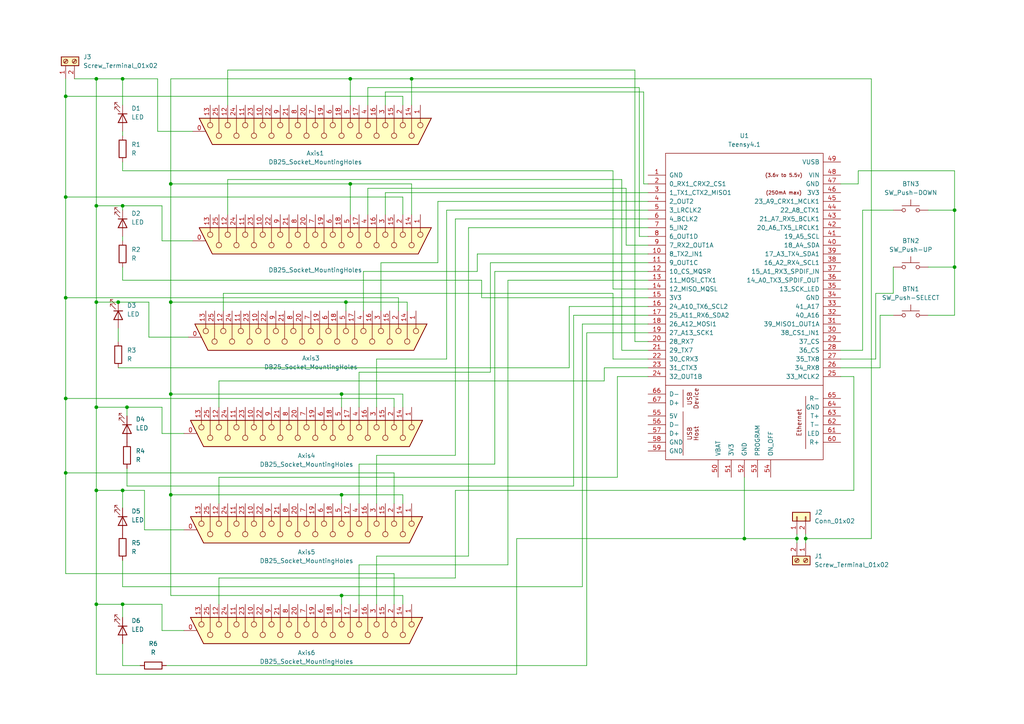
<source format=kicad_sch>
(kicad_sch (version 20250114) (generator "eeschema") (generator_version "9.0")
  (paper "A4")
  (lib_symbols
    (symbol "Connector:DB25_Socket_MountingHoles" (pin_names (offset 1.016) (hide yes))
      (property "Reference" "J" (at 0 36.83 0))
      (property "Value" "DB25_Socket_MountingHoles" (at 0 34.925 0))
      (symbol "DB25_Socket_MountingHoles_0_1"
        (polyline (pts (xy -3.81 33.655) (xy 3.81 29.845) (xy 3.81 -29.845) (xy -3.81 -33.655) (xy -3.81 33.655)) (stroke (width 0.254)) (fill (type background)))
        (polyline (pts (xy -3.81 30.48) (xy -2.54 30.48)))
        (polyline (pts (xy -3.81 27.94) (xy 0.508 27.94)))
        (polyline (pts (xy -3.81 25.4) (xy -2.54 25.4)))
        (polyline (pts (xy -3.81 22.86) (xy 0.508 22.86)))
        (polyline (pts (xy -3.81 20.32) (xy -2.54 20.32)))
        (polyline (pts (xy -3.81 17.78) (xy 0.508 17.78)))
        (polyline (pts (xy -3.81 15.24) (xy -2.54 15.24)))
        (polyline (pts (xy -3.81 12.7) (xy 0.508 12.7)))
        (polyline (pts (xy -3.81 10.16) (xy -2.54 10.16)))
        (polyline (pts (xy -3.81 7.62) (xy 0.508 7.62)))
        (polyline (pts (xy -3.81 5.08) (xy -2.54 5.08)))
        (polyline (pts (xy -3.81 2.54) (xy 0.508 2.54)))
        (polyline (pts (xy -3.81 0) (xy -2.54 0)))
        (polyline (pts (xy -3.81 -2.54) (xy 0.508 -2.54)))
        (polyline (pts (xy -3.81 -5.08) (xy -2.54 -5.08)))
        (polyline (pts (xy -3.81 -7.62) (xy 0.508 -7.62)))
        (polyline (pts (xy -3.81 -10.16) (xy -2.54 -10.16)))
        (polyline (pts (xy -3.81 -12.7) (xy 0.508 -12.7)))
        (polyline (pts (xy -3.81 -15.24) (xy -2.54 -15.24)))
        (polyline (pts (xy -3.81 -17.78) (xy 0.508 -17.78)))
        (polyline (pts (xy -3.81 -20.32) (xy -2.54 -20.32)))
        (polyline (pts (xy -3.81 -22.86) (xy 0.508 -22.86)))
        (polyline (pts (xy -3.81 -25.4) (xy -2.54 -25.4)))
        (polyline (pts (xy -3.81 -27.94) (xy 0.508 -27.94)))
        (polyline (pts (xy -3.81 -30.48) (xy -2.54 -30.48)))
        (circle (center -1.778 30.48) (radius 0.762))
        (circle (center -1.778 25.4) (radius 0.762))
        (circle (center -1.778 20.32) (radius 0.762))
        (circle (center -1.778 15.24) (radius 0.762))
        (circle (center -1.778 10.16) (radius 0.762))
        (circle (center -1.778 5.08) (radius 0.762))
        (circle (center -1.778 0) (radius 0.762))
        (circle (center -1.778 -5.08) (radius 0.762))
        (circle (center -1.778 -10.16) (radius 0.762))
        (circle (center -1.778 -15.24) (radius 0.762))
        (circle (center -1.778 -20.32) (radius 0.762))
        (circle (center -1.778 -25.4) (radius 0.762))
        (circle (center -1.778 -30.48) (radius 0.762))
        (circle (center 1.27 27.94) (radius 0.762))
        (circle (center 1.27 22.86) (radius 0.762))
        (circle (center 1.27 17.78) (radius 0.762))
        (circle (center 1.27 12.7) (radius 0.762))
        (circle (center 1.27 7.62) (radius 0.762))
        (circle (center 1.27 2.54) (radius 0.762))
        (circle (center 1.27 -2.54) (radius 0.762))
        (circle (center 1.27 -7.62) (radius 0.762))
        (circle (center 1.27 -12.7) (radius 0.762))
        (circle (center 1.27 -17.78) (radius 0.762))
        (circle (center 1.27 -22.86) (radius 0.762))
        (circle (center 1.27 -27.94) (radius 0.762))
      )
      (symbol "DB25_Socket_MountingHoles_1_1"
        (pin passive line (at -7.62 30.48 0) (length 3.81) (name "1") (number "1"))
        (pin passive line (at -7.62 27.94 0) (length 3.81) (name "P14") (number "14"))
        (pin passive line (at -7.62 25.4 0) (length 3.81) (name "2") (number "2"))
        (pin passive line (at -7.62 22.86 0) (length 3.81) (name "P15") (number "15"))
        (pin passive line (at -7.62 20.32 0) (length 3.81) (name "3") (number "3"))
        (pin passive line (at -7.62 17.78 0) (length 3.81) (name "P16") (number "16"))
        (pin passive line (at -7.62 15.24 0) (length 3.81) (name "4") (number "4"))
        (pin passive line (at -7.62 12.7 0) (length 3.81) (name "P17") (number "17"))
        (pin passive line (at -7.62 10.16 0) (length 3.81) (name "5") (number "5"))
        (pin passive line (at -7.62 7.62 0) (length 3.81) (name "P18") (number "18"))
        (pin passive line (at -7.62 5.08 0) (length 3.81) (name "6") (number "6"))
        (pin passive line (at -7.62 2.54 0) (length 3.81) (name "P19") (number "19"))
        (pin passive line (at -7.62 0 0) (length 3.81) (name "7") (number "7"))
        (pin passive line (at -7.62 -2.54 0) (length 3.81) (name "P20") (number "20"))
        (pin passive line (at -7.62 -5.08 0) (length 3.81) (name "8") (number "8"))
        (pin passive line (at -7.62 -7.62 0) (length 3.81) (name "P21") (number "21"))
        (pin passive line (at -7.62 -10.16 0) (length 3.81) (name "9") (number "9"))
        (pin passive line (at -7.62 -12.7 0) (length 3.81) (name "P22") (number "22"))
        (pin passive line (at -7.62 -15.24 0) (length 3.81) (name "10") (number "10"))
        (pin passive line (at -7.62 -17.78 0) (length 3.81) (name "P23") (number "23"))
        (pin passive line (at -7.62 -20.32 0) (length 3.81) (name "11") (number "11"))
        (pin passive line (at -7.62 -22.86 0) (length 3.81) (name "P24") (number "24"))
        (pin passive line (at -7.62 -25.4 0) (length 3.81) (name "12") (number "12"))
        (pin passive line (at -7.62 -27.94 0) (length 3.81) (name "P25") (number "25"))
        (pin passive line (at -7.62 -30.48 0) (length 3.81) (name "13") (number "13"))
        (pin passive line (at 0 -35.56 90) (length 3.81) (name "PAD") (number "0"))
      )
    )
    (symbol "Connector:Screw_Terminal_01x02" (pin_names (offset 1.016) (hide yes))
      (property "Reference" "J" (at 0 2.54 0))
      (property "Value" "Screw_Terminal_01x02" (at 0 -5.08 0))
      (symbol "Screw_Terminal_01x02_1_1"
        (rectangle (start -1.27 1.27) (end 1.27 -3.81) (stroke (width 0.254)) (fill (type background)))
        (polyline (pts (xy -0.5334 0.3302) (xy 0.3302 -0.508)) (stroke (width 0.1524)))
        (polyline (pts (xy -0.5334 -2.2098) (xy 0.3302 -3.048)) (stroke (width 0.1524)))
        (polyline (pts (xy -0.3556 0.508) (xy 0.508 -0.3302)) (stroke (width 0.1524)))
        (polyline (pts (xy -0.3556 -2.032) (xy 0.508 -2.8702)) (stroke (width 0.1524)))
        (circle (center 0 0) (radius 0.635) (stroke (width 0.1524)))
        (circle (center 0 -2.54) (radius 0.635) (stroke (width 0.1524)))
        (pin passive line (at -5.08 0 0) (length 3.81) (name "Pin_1") (number "1"))
        (pin passive line (at -5.08 -2.54 0) (length 3.81) (name "Pin_2") (number "2"))
      )
    )
    (symbol "Connector_Generic:Conn_01x02" (pin_names (offset 1.016) (hide yes))
      (property "Reference" "J" (at 0 2.54 0))
      (property "Value" "Conn_01x02" (at 0 -5.08 0))
      (symbol "Conn_01x02_1_1"
        (rectangle (start -1.27 1.27) (end 1.27 -3.81) (stroke (width 0.254)) (fill (type background)))
        (rectangle (start -1.27 0.127) (end 0 -0.127) (stroke (width 0.1524)))
        (rectangle (start -1.27 -2.413) (end 0 -2.667) (stroke (width 0.1524)))
        (pin passive line (at -5.08 0 0) (length 3.81) (name "Pin_1") (number "1"))
        (pin passive line (at -5.08 -2.54 0) (length 3.81) (name "Pin_2") (number "2"))
      )
    )
    (symbol "Device:LED" (pin_numbers (hide yes)) (pin_names (offset 1.016) (hide yes))
      (property "Reference" "D" (at 0 2.54 0))
      (property "Value" "LED" (at 0 -2.54 0))
      (symbol "LED_0_1"
        (polyline (pts (xy -3.048 -0.762) (xy -4.572 -2.286) (xy -3.81 -2.286) (xy -4.572 -2.286) (xy -4.572 -1.524)))
        (polyline (pts (xy -1.778 -0.762) (xy -3.302 -2.286) (xy -2.54 -2.286) (xy -3.302 -2.286) (xy -3.302 -1.524)))
        (polyline (pts (xy -1.27 0) (xy 1.27 0)))
        (polyline (pts (xy -1.27 -1.27) (xy -1.27 1.27)) (stroke (width 0.254)))
        (polyline (pts (xy 1.27 -1.27) (xy 1.27 1.27) (xy -1.27 0) (xy 1.27 -1.27)) (stroke (width 0.254)))
      )
      (symbol "LED_1_1"
        (pin passive line (at -3.81 0 0) (length 2.54) (name "K") (number "1"))
        (pin passive line (at 3.81 0 180) (length 2.54) (name "A") (number "2"))
      )
    )
    (symbol "Device:R" (pin_numbers (hide yes)) (pin_names (offset 0))
      (property "Reference" "R" (at 2.032 0 90))
      (property "Value" "R" (at 0 0 90))
      (symbol "R_0_1"
        (rectangle (start -1.016 -2.54) (end 1.016 2.54) (stroke (width 0.254)))
      )
      (symbol "R_1_1"
        (pin passive line (at 0 3.81 270) (length 1.27) (name "~") (number "1"))
        (pin passive line (at 0 -3.81 90) (length 1.27) (name "~") (number "2"))
      )
    )
    (symbol "Switch:SW_Push" (pin_numbers (hide yes)) (pin_names (offset 1.016) (hide yes))
      (property "Reference" "SW" (at 1.27 2.54 0))
      (property "Value" "SW_Push" (at 0 -1.524 0))
      (symbol "SW_Push_0_1"
        (circle (center -2.032 0) (radius 0.508))
        (polyline (pts (xy 0 1.27) (xy 0 3.048)))
        (circle (center 2.032 0) (radius 0.508))
        (polyline (pts (xy 2.54 1.27) (xy -2.54 1.27)))
        (pin passive line (at -5.08 0 0) (length 2.54) (name "1") (number "1"))
        (pin passive line (at 5.08 0 180) (length 2.54) (name "2") (number "2"))
      )
    )
    (symbol "teensy:Teensy4.1" (pin_names (offset 1.016))
      (property "Reference" "U" (at 0 64.77 0))
      (property "Value" "Teensy4.1" (at 0 62.23 0))
      (symbol "Teensy4.1_0_0"
        (polyline (pts (xy -22.86 -6.35) (xy 22.86 -6.35)))
        (polyline (pts (xy -17.78 -7.62) (xy -17.78 -12.7)))
        (polyline (pts (xy -17.78 -26.67) (xy -17.78 -13.97)))
        (polyline (pts (xy 17.78 -9.525) (xy 17.78 -24.765)))
        (text "USB" (at -15.875 -10.16 900) (effects (font (size 1.27 1.27))))
        (text "USB" (at -15.875 -20.32 900) (effects (font (size 1.27 1.27))))
        (text "Device" (at -13.97 -10.16 900) (effects (font (size 1.27 1.27))))
        (text "Host" (at -13.97 -20.32 900) (effects (font (size 1.27 1.27))))
        (text "(3.6v to 5.5v)" (at 11.43 54.61 0) (effects (font (size 1.016 1.016))))
        (text "(250mA max)" (at 11.43 49.53 0) (effects (font (size 1.016 1.016))))
        (text "Ethernet" (at 15.875 -17.145 900) (effects (font (size 1.27 1.27))))
        (pin bidirectional line (at -27.94 44.45 0) (length 5.08) (name "3_LRCLK2") (number "5"))
        (pin bidirectional line (at -27.94 41.91 0) (length 5.08) (name "4_BCLK2") (number "6"))
        (pin bidirectional line (at -27.94 39.37 0) (length 5.08) (name "5_IN2") (number "7"))
        (pin bidirectional line (at -27.94 36.83 0) (length 5.08) (name "6_OUT1D") (number "8"))
        (pin bidirectional line (at -27.94 34.29 0) (length 5.08) (name "7_RX2_OUT1A") (number "9"))
        (pin bidirectional line (at -27.94 31.75 0) (length 5.08) (name "8_TX2_IN1") (number "10"))
        (pin bidirectional line (at -27.94 29.21 0) (length 5.08) (name "9_OUT1C") (number "11"))
        (pin bidirectional line (at -27.94 26.67 0) (length 5.08) (name "10_CS_MQSR") (number "12"))
        (pin bidirectional line (at -27.94 24.13 0) (length 5.08) (name "11_MOSI_CTX1") (number "13"))
        (pin bidirectional line (at -27.94 21.59 0) (length 5.08) (name "12_MISO_MQSL") (number "14"))
        (pin power_in line (at -27.94 19.05 0) (length 5.08) (name "3V3") (number "15"))
        (pin bidirectional line (at -27.94 16.51 0) (length 5.08) (name "24_A10_TX6_SCL2") (number "16"))
        (pin bidirectional line (at -27.94 13.97 0) (length 5.08) (name "25_A11_RX6_SDA2") (number "17"))
        (pin bidirectional line (at -27.94 11.43 0) (length 5.08) (name "26_A12_MOSI1") (number "18"))
        (pin bidirectional line (at -27.94 8.89 0) (length 5.08) (name "27_A13_SCK1") (number "19"))
        (pin bidirectional line (at -27.94 6.35 0) (length 5.08) (name "28_RX7") (number "20"))
        (pin bidirectional line (at -27.94 3.81 0) (length 5.08) (name "29_TX7") (number "21"))
        (pin bidirectional line (at -27.94 1.27 0) (length 5.08) (name "30_CRX3") (number "22"))
        (pin bidirectional line (at -27.94 -1.27 0) (length 5.08) (name "31_CTX3") (number "23"))
        (pin bidirectional line (at -27.94 -3.81 0) (length 5.08) (name "32_OUT1B") (number "24"))
        (pin bidirectional line (at -27.94 -8.89 0) (length 5.08) (name "D-") (number "66"))
        (pin bidirectional line (at -27.94 -11.43 0) (length 5.08) (name "D+") (number "67"))
        (pin power_out line (at -27.94 -15.24 0) (length 5.08) (name "5V") (number "55"))
        (pin bidirectional line (at -27.94 -17.78 0) (length 5.08) (name "D-") (number "56"))
        (pin bidirectional line (at -27.94 -20.32 0) (length 5.08) (name "D+") (number "57"))
        (pin power_in line (at -27.94 -22.86 0) (length 5.08) (name "GND") (number "58"))
        (pin power_in line (at -27.94 -25.4 0) (length 5.08) (name "GND") (number "59"))
        (pin power_in line (at -7.62 -33.02 90) (length 5.08) (name "VBAT") (number "50"))
        (pin power_in line (at -3.81 -33.02 90) (length 5.08) (name "3V3") (number "51"))
        (pin input line (at 0 -33.02 90) (length 5.08) (name "GND") (number "52"))
        (pin input line (at 3.81 -33.02 90) (length 5.08) (name "PROGRAM") (number "53"))
        (pin input line (at 7.62 -33.02 90) (length 5.08) (name "ON_OFF") (number "54"))
        (pin power_out line (at 27.94 58.42 180) (length 5.08) (name "VUSB") (number "49"))
        (pin power_in line (at 27.94 54.61 180) (length 5.08) (name "VIN") (number "48"))
        (pin output line (at 27.94 52.07 180) (length 5.08) (name "GND") (number "47"))
        (pin output line (at 27.94 49.53 180) (length 5.08) (name "3V3") (number "46"))
        (pin bidirectional line (at 27.94 46.99 180) (length 5.08) (name "23_A9_CRX1_MCLK1") (number "45"))
        (pin bidirectional line (at 27.94 44.45 180) (length 5.08) (name "22_A8_CTX1") (number "44"))
        (pin bidirectional line (at 27.94 41.91 180) (length 5.08) (name "21_A7_RX5_BCLK1") (number "43"))
        (pin bidirectional line (at 27.94 39.37 180) (length 5.08) (name "20_A6_TX5_LRCLK1") (number "42"))
        (pin bidirectional line (at 27.94 36.83 180) (length 5.08) (name "19_A5_SCL") (number "41"))
        (pin bidirectional line (at 27.94 34.29 180) (length 5.08) (name "18_A4_SDA") (number "40"))
        (pin bidirectional line (at 27.94 31.75 180) (length 5.08) (name "17_A3_TX4_SDA1") (number "39"))
        (pin bidirectional line (at 27.94 29.21 180) (length 5.08) (name "16_A2_RX4_SCL1") (number "38"))
        (pin bidirectional line (at 27.94 26.67 180) (length 5.08) (name "15_A1_RX3_SPDIF_IN") (number "37"))
        (pin bidirectional line (at 27.94 24.13 180) (length 5.08) (name "14_A0_TX3_SPDIF_OUT") (number "36"))
        (pin bidirectional line (at 27.94 21.59 180) (length 5.08) (name "13_SCK_LED") (number "35"))
        (pin bidirectional line (at 27.94 16.51 180) (length 5.08) (name "41_A17") (number "33"))
        (pin bidirectional line (at 27.94 13.97 180) (length 5.08) (name "40_A16") (number "32"))
        (pin bidirectional line (at 27.94 11.43 180) (length 5.08) (name "39_MISO1_OUT1A") (number "31"))
        (pin bidirectional line (at 27.94 8.89 180) (length 5.08) (name "38_CS1_IN1") (number "30"))
        (pin bidirectional line (at 27.94 6.35 180) (length 5.08) (name "37_CS") (number "29"))
        (pin bidirectional line (at 27.94 3.81 180) (length 5.08) (name "36_CS") (number "28"))
        (pin bidirectional line (at 27.94 1.27 180) (length 5.08) (name "35_TX8") (number "27"))
        (pin bidirectional line (at 27.94 -1.27 180) (length 5.08) (name "34_RX8") (number "26"))
        (pin bidirectional line (at 27.94 -3.81 180) (length 5.08) (name "33_MCLK2") (number "25"))
        (pin bidirectional line (at 27.94 -10.16 180) (length 5.08) (name "R-") (number "65"))
        (pin power_in line (at 27.94 -12.7 180) (length 5.08) (name "GND") (number "64"))
        (pin bidirectional line (at 27.94 -15.24 180) (length 5.08) (name "T+") (number "63"))
        (pin bidirectional line (at 27.94 -17.78 180) (length 5.08) (name "T-") (number "62"))
        (pin bidirectional line (at 27.94 -20.32 180) (length 5.08) (name "LED") (number "61"))
        (pin bidirectional line (at 27.94 -22.86 180) (length 5.08) (name "R+") (number "60"))
      )
      (symbol "Teensy4.1_0_1"
        (rectangle (start -22.86 60.96) (end 22.86 -27.94))
        (rectangle (start -20.32 -1.27) (end -20.32 -1.27))
      )
      (symbol "Teensy4.1_1_1"
        (pin power_in line (at -27.94 54.61 0) (length 5.08) (name "GND") (number "1"))
        (pin bidirectional line (at -27.94 52.07 0) (length 5.08) (name "0_RX1_CRX2_CS1") (number "2"))
        (pin bidirectional line (at -27.94 49.53 0) (length 5.08) (name "1_TX1_CTX2_MISO1") (number "3"))
        (pin bidirectional line (at -27.94 46.99 0) (length 5.08) (name "2_OUT2") (number "4"))
        (pin power_in line (at 27.94 19.05 180) (length 5.08) (name "GND") (number "34"))
      )
    )
  )
  (junction (at 276.86 60.96))
  (junction (at 27.94 87.63))
  (junction (at 19.05 115.57))
  (junction (at 19.05 57.15))
  (junction (at 99.06 172.72))
  (junction (at 27.94 175.26))
  (junction (at 119.38 22.86))
  (junction (at 19.05 27.94))
  (junction (at 99.06 114.3))
  (junction (at 101.6 53.34))
  (junction (at 101.6 22.86))
  (junction (at 35.56 59.69))
  (junction (at 233.68 156.21))
  (junction (at 35.56 142.24))
  (junction (at 27.94 118.11))
  (junction (at 276.86 77.47))
  (junction (at 35.56 22.86))
  (junction (at 49.53 114.3))
  (junction (at 27.94 22.86))
  (junction (at 49.53 143.51))
  (junction (at 36.83 118.11))
  (junction (at 35.56 175.26))
  (junction (at 27.94 59.69))
  (junction (at 100.33 87.63))
  (junction (at 34.29 87.63))
  (junction (at 231.14 156.21))
  (junction (at 19.05 137.16))
  (junction (at 49.53 87.63))
  (junction (at 49.53 53.34))
  (junction (at 27.94 142.24))
  (junction (at 19.05 86.36))
  (junction (at 99.06 143.51))
  (junction (at 215.9 156.21))
  (wire (pts (xy 143.51 134.62) (xy 104.14 134.62)))
  (wire (pts (xy 165.1 106.68) (xy 34.29 106.68)))
  (wire (pts (xy 215.9 156.21) (xy 149.86 156.21)))
  (wire (pts (xy 269.24 60.96) (xy 276.86 60.96)))
  (wire (pts (xy 187.96 109.22) (xy 179.07 109.22)))
  (wire (pts (xy 66.04 20.32) (xy 66.04 30.48)))
  (wire (pts (xy 49.53 114.3) (xy 99.06 114.3)))
  (wire (pts (xy 55.88 69.85) (xy 46.99 69.85)))
  (wire (pts (xy 187.96 93.98) (xy 168.91 93.98)))
  (wire (pts (xy 114.3 175.26) (xy 114.3 166.37)))
  (wire (pts (xy 114.3 118.11) (xy 114.3 115.57)))
  (wire (pts (xy 114.3 137.16) (xy 19.05 137.16)))
  (wire (pts (xy 269.24 91.44) (xy 276.86 91.44)))
  (wire (pts (xy 99.06 172.72) (xy 116.84 172.72)))
  (wire (pts (xy 116.84 175.26) (xy 116.84 172.72)))
  (wire (pts (xy 243.84 101.6) (xy 250.19 101.6)))
  (wire (pts (xy 35.56 49.53) (xy 35.56 46.99)))
  (wire (pts (xy 254 85.09) (xy 259.08 85.09)))
  (wire (pts (xy 177.8 83.82) (xy 177.8 49.53)))
  (wire (pts (xy 46.99 118.11) (xy 36.83 118.11)))
  (wire (pts (xy 43.18 97.79) (xy 43.18 87.63)))
  (wire (pts (xy 49.53 172.72) (xy 99.06 172.72)))
  (wire (pts (xy 53.34 182.88) (xy 46.99 182.88)))
  (wire (pts (xy 49.53 143.51) (xy 99.06 143.51)))
  (wire (pts (xy 233.68 156.21) (xy 252.73 156.21)))
  (wire (pts (xy 187.96 86.36) (xy 139.7 86.36)))
  (wire (pts (xy 119.38 22.86) (xy 119.38 30.48)))
  (wire (pts (xy 135.89 66.04) (xy 135.89 161.29)))
  (wire (pts (xy 34.29 95.25) (xy 34.29 99.06)))
  (wire (pts (xy 175.26 106.68) (xy 175.26 110.49)))
  (wire (pts (xy 116.84 146.05) (xy 116.84 143.51)))
  (wire (pts (xy 49.53 87.63) (xy 49.53 114.3)))
  (wire (pts (xy 276.86 77.47) (xy 276.86 91.44)))
  (wire (pts (xy 114.3 115.57) (xy 19.05 115.57)))
  (wire (pts (xy 147.32 163.83) (xy 104.14 163.83)))
  (wire (pts (xy 116.84 57.15) (xy 19.05 57.15)))
  (wire (pts (xy 63.5 138.43) (xy 63.5 146.05)))
  (wire (pts (xy 27.94 22.86) (xy 21.59 22.86)))
  (wire (pts (xy 247.65 109.22) (xy 247.65 142.24)))
  (wire (pts (xy 118.11 87.63) (xy 100.33 87.63)))
  (wire (pts (xy 127 76.2) (xy 127 58.42)))
  (wire (pts (xy 129.54 60.96) (xy 187.96 60.96)))
  (wire (pts (xy 35.56 59.69) (xy 46.99 59.69)))
  (wire (pts (xy 101.6 30.48) (xy 101.6 22.86)))
  (wire (pts (xy 104.14 107.95) (xy 104.14 118.11)))
  (wire (pts (xy 100.33 87.63) (xy 49.53 87.63)))
  (wire (pts (xy 168.91 170.18) (xy 35.56 170.18)))
  (wire (pts (xy 116.84 118.11) (xy 116.84 114.3)))
  (wire (pts (xy 114.3 146.05) (xy 114.3 137.16)))
  (wire (pts (xy 110.49 76.2) (xy 127 76.2)))
  (wire (pts (xy 215.9 138.43) (xy 215.9 156.21)))
  (wire (pts (xy 135.89 161.29) (xy 109.22 161.29)))
  (wire (pts (xy 132.08 167.64) (xy 63.5 167.64)))
  (wire (pts (xy 45.72 38.1) (xy 45.72 22.86)))
  (wire (pts (xy 43.18 87.63) (xy 34.29 87.63)))
  (wire (pts (xy 99.06 172.72) (xy 99.06 175.26)))
  (wire (pts (xy 35.56 179.07) (xy 35.56 175.26)))
  (wire (pts (xy 259.08 91.44) (xy 255.27 91.44)))
  (wire (pts (xy 35.56 170.18) (xy 35.56 162.56)))
  (wire (pts (xy 101.6 22.86) (xy 49.53 22.86)))
  (wire (pts (xy 19.05 22.86) (xy 19.05 27.94)))
  (wire (pts (xy 36.83 140.97) (xy 36.83 135.89)))
  (wire (pts (xy 35.56 22.86) (xy 45.72 22.86)))
  (wire (pts (xy 231.14 154.94) (xy 231.14 156.21)))
  (wire (pts (xy 27.94 118.11) (xy 36.83 118.11)))
  (wire (pts (xy 99.06 114.3) (xy 116.84 114.3)))
  (wire (pts (xy 259.08 60.96) (xy 250.19 60.96)))
  (wire (pts (xy 243.84 109.22) (xy 247.65 109.22)))
  (wire (pts (xy 129.54 104.14) (xy 129.54 60.96)))
  (wire (pts (xy 99.06 143.51) (xy 99.06 146.05)))
  (wire (pts (xy 27.94 142.24) (xy 35.56 142.24)))
  (wire (pts (xy 119.38 22.86) (xy 252.73 22.86)))
  (wire (pts (xy 66.04 52.07) (xy 66.04 62.23)))
  (wire (pts (xy 168.91 93.98) (xy 168.91 170.18)))
  (wire (pts (xy 106.68 62.23) (xy 106.68 54.61)))
  (wire (pts (xy 106.68 30.48) (xy 106.68 25.4)))
  (wire (pts (xy 109.22 132.08) (xy 109.22 146.05)))
  (wire (pts (xy 142.24 107.95) (xy 104.14 107.95)))
  (wire (pts (xy 19.05 57.15) (xy 19.05 27.94)))
  (wire (pts (xy 233.68 154.94) (xy 233.68 156.21)))
  (wire (pts (xy 138.43 78.74) (xy 138.43 73.66)))
  (wire (pts (xy 66.04 20.32) (xy 184.15 20.32)))
  (wire (pts (xy 185.42 68.58) (xy 187.96 68.58)))
  (wire (pts (xy 215.9 156.21) (xy 231.14 156.21)))
  (wire (pts (xy 101.6 53.34) (xy 119.38 53.34)))
  (wire (pts (xy 101.6 53.34) (xy 49.53 53.34)))
  (wire (pts (xy 104.14 163.83) (xy 104.14 175.26)))
  (wire (pts (xy 111.76 30.48) (xy 111.76 26.67)))
  (wire (pts (xy 46.99 69.85) (xy 46.99 59.69)))
  (wire (pts (xy 19.05 57.15) (xy 19.05 86.36)))
  (wire (pts (xy 105.41 78.74) (xy 138.43 78.74)))
  (wire (pts (xy 35.56 147.32) (xy 35.56 142.24)))
  (wire (pts (xy 99.06 114.3) (xy 99.06 118.11)))
  (wire (pts (xy 49.53 114.3) (xy 49.53 143.51)))
  (wire (pts (xy 184.15 20.32) (xy 184.15 99.06)))
  (wire (pts (xy 35.56 142.24) (xy 41.91 142.24)))
  (wire (pts (xy 166.37 91.44) (xy 166.37 140.97)))
  (wire (pts (xy 41.91 153.67) (xy 41.91 142.24)))
  (wire (pts (xy 115.57 86.36) (xy 19.05 86.36)))
  (wire (pts (xy 138.43 73.66) (xy 187.96 73.66)))
  (wire (pts (xy 63.5 167.64) (xy 63.5 175.26)))
  (wire (pts (xy 180.34 101.6) (xy 180.34 52.07)))
  (wire (pts (xy 276.86 49.53) (xy 276.86 60.96)))
  (wire (pts (xy 46.99 125.73) (xy 46.99 118.11)))
  (wire (pts (xy 181.61 71.12) (xy 187.96 71.12)))
  (wire (pts (xy 143.51 78.74) (xy 143.51 134.62)))
  (wire (pts (xy 139.7 81.28) (xy 35.56 81.28)))
  (wire (pts (xy 114.3 166.37) (xy 19.05 166.37)))
  (wire (pts (xy 187.96 66.04) (xy 135.89 66.04)))
  (wire (pts (xy 252.73 22.86) (xy 252.73 156.21)))
  (wire (pts (xy 109.22 104.14) (xy 129.54 104.14)))
  (wire (pts (xy 48.26 193.04) (xy 170.18 193.04)))
  (wire (pts (xy 27.94 142.24) (xy 27.94 118.11)))
  (wire (pts (xy 106.68 25.4) (xy 185.42 25.4)))
  (wire (pts (xy 35.56 77.47) (xy 35.56 81.28)))
  (wire (pts (xy 181.61 54.61) (xy 181.61 71.12)))
  (wire (pts (xy 170.18 193.04) (xy 170.18 96.52)))
  (wire (pts (xy 35.56 68.58) (xy 35.56 69.85)))
  (wire (pts (xy 46.99 175.26) (xy 35.56 175.26)))
  (wire (pts (xy 27.94 87.63) (xy 27.94 59.69)))
  (wire (pts (xy 132.08 132.08) (xy 109.22 132.08)))
  (wire (pts (xy 101.6 62.23) (xy 101.6 53.34)))
  (wire (pts (xy 142.24 76.2) (xy 142.24 107.95)))
  (wire (pts (xy 276.86 49.53) (xy 248.92 49.53)))
  (wire (pts (xy 36.83 120.65) (xy 36.83 118.11)))
  (wire (pts (xy 186.69 53.34) (xy 187.96 53.34)))
  (wire (pts (xy 187.96 101.6) (xy 180.34 101.6)))
  (wire (pts (xy 35.56 60.96) (xy 35.56 59.69)))
  (wire (pts (xy 254 85.09) (xy 254 104.14)))
  (wire (pts (xy 147.32 81.28) (xy 147.32 163.83)))
  (wire (pts (xy 101.6 22.86) (xy 119.38 22.86)))
  (wire (pts (xy 105.41 90.17) (xy 105.41 78.74)))
  (wire (pts (xy 149.86 156.21) (xy 149.86 195.58)))
  (wire (pts (xy 116.84 62.23) (xy 116.84 57.15)))
  (wire (pts (xy 149.86 195.58) (xy 27.94 195.58)))
  (wire (pts (xy 54.61 97.79) (xy 43.18 97.79)))
  (wire (pts (xy 35.56 186.69) (xy 35.56 193.04)))
  (wire (pts (xy 132.08 63.5) (xy 132.08 132.08)))
  (wire (pts (xy 250.19 60.96) (xy 250.19 101.6)))
  (wire (pts (xy 55.88 38.1) (xy 45.72 38.1)))
  (wire (pts (xy 116.84 30.48) (xy 116.84 27.94)))
  (wire (pts (xy 179.07 109.22) (xy 179.07 138.43)))
  (wire (pts (xy 255.27 91.44) (xy 255.27 106.68)))
  (wire (pts (xy 53.34 153.67) (xy 41.91 153.67)))
  (wire (pts (xy 109.22 161.29) (xy 109.22 175.26)))
  (wire (pts (xy 179.07 138.43) (xy 63.5 138.43)))
  (wire (pts (xy 166.37 140.97) (xy 36.83 140.97)))
  (wire (pts (xy 165.1 88.9) (xy 165.1 106.68)))
  (wire (pts (xy 127 58.42) (xy 187.96 58.42)))
  (wire (pts (xy 132.08 142.24) (xy 247.65 142.24)))
  (wire (pts (xy 177.8 85.09) (xy 64.77 85.09)))
  (wire (pts (xy 19.05 137.16) (xy 19.05 166.37)))
  (wire (pts (xy 64.77 85.09) (xy 64.77 90.17)))
  (wire (pts (xy 184.15 99.06) (xy 187.96 99.06)))
  (wire (pts (xy 46.99 182.88) (xy 46.99 175.26)))
  (wire (pts (xy 170.18 96.52) (xy 187.96 96.52)))
  (wire (pts (xy 27.94 118.11) (xy 27.94 87.63)))
  (wire (pts (xy 180.34 52.07) (xy 66.04 52.07)))
  (wire (pts (xy 254 104.14) (xy 243.84 104.14)))
  (wire (pts (xy 110.49 90.17) (xy 110.49 76.2)))
  (wire (pts (xy 111.76 62.23) (xy 111.76 55.88)))
  (wire (pts (xy 104.14 134.62) (xy 104.14 146.05)))
  (wire (pts (xy 185.42 25.4) (xy 185.42 68.58)))
  (wire (pts (xy 248.92 53.34) (xy 243.84 53.34)))
  (wire (pts (xy 99.06 143.51) (xy 116.84 143.51)))
  (wire (pts (xy 27.94 59.69) (xy 27.94 22.86)))
  (wire (pts (xy 111.76 26.67) (xy 186.69 26.67)))
  (wire (pts (xy 233.68 156.21) (xy 233.68 157.48)))
  (wire (pts (xy 187.96 104.14) (xy 177.8 104.14)))
  (wire (pts (xy 27.94 59.69) (xy 35.56 59.69)))
  (wire (pts (xy 187.96 76.2) (xy 142.24 76.2)))
  (wire (pts (xy 187.96 88.9) (xy 165.1 88.9)))
  (wire (pts (xy 115.57 90.17) (xy 115.57 86.36)))
  (wire (pts (xy 49.53 22.86) (xy 49.53 53.34)))
  (wire (pts (xy 116.84 27.94) (xy 19.05 27.94)))
  (wire (pts (xy 27.94 87.63) (xy 34.29 87.63)))
  (wire (pts (xy 187.96 78.74) (xy 143.51 78.74)))
  (wire (pts (xy 177.8 49.53) (xy 35.56 49.53)))
  (wire (pts (xy 276.86 60.96) (xy 276.86 77.47)))
  (wire (pts (xy 35.56 39.37) (xy 35.56 38.1)))
  (wire (pts (xy 186.69 26.67) (xy 186.69 53.34)))
  (wire (pts (xy 19.05 115.57) (xy 19.05 137.16)))
  (wire (pts (xy 255.27 106.68) (xy 243.84 106.68)))
  (wire (pts (xy 139.7 86.36) (xy 139.7 81.28)))
  (wire (pts (xy 259.08 77.47) (xy 259.08 85.09)))
  (wire (pts (xy 27.94 22.86) (xy 35.56 22.86)))
  (wire (pts (xy 187.96 106.68) (xy 175.26 106.68)))
  (wire (pts (xy 119.38 62.23) (xy 119.38 53.34)))
  (wire (pts (xy 175.26 110.49) (xy 63.5 110.49)))
  (wire (pts (xy 248.92 49.53) (xy 248.92 53.34)))
  (wire (pts (xy 27.94 195.58) (xy 27.94 175.26)))
  (wire (pts (xy 35.56 193.04) (xy 40.64 193.04)))
  (wire (pts (xy 35.56 22.86) (xy 35.56 30.48)))
  (wire (pts (xy 187.96 81.28) (xy 147.32 81.28)))
  (wire (pts (xy 269.24 77.47) (xy 276.86 77.47)))
  (wire (pts (xy 106.68 54.61) (xy 181.61 54.61)))
  (wire (pts (xy 27.94 175.26) (xy 27.94 142.24)))
  (wire (pts (xy 49.53 53.34) (xy 49.53 87.63)))
  (wire (pts (xy 111.76 55.88) (xy 187.96 55.88)))
  (wire (pts (xy 187.96 63.5) (xy 132.08 63.5)))
  (wire (pts (xy 177.8 104.14) (xy 177.8 85.09)))
  (wire (pts (xy 19.05 86.36) (xy 19.05 115.57)))
  (wire (pts (xy 187.96 83.82) (xy 177.8 83.82)))
  (wire (pts (xy 49.53 143.51) (xy 49.53 172.72)))
  (wire (pts (xy 118.11 90.17) (xy 118.11 87.63)))
  (wire (pts (xy 231.14 156.21) (xy 231.14 157.48)))
  (wire (pts (xy 53.34 125.73) (xy 46.99 125.73)))
  (wire (pts (xy 132.08 142.24) (xy 132.08 167.64)))
  (wire (pts (xy 27.94 175.26) (xy 35.56 175.26)))
  (wire (pts (xy 109.22 118.11) (xy 109.22 104.14)))
  (wire (pts (xy 63.5 110.49) (xy 63.5 118.11)))
  (wire (pts (xy 187.96 91.44) (xy 166.37 91.44)))
  (wire (pts (xy 100.33 87.63) (xy 100.33 90.17)))
  (symbol (lib_id "Connector:Screw_Terminal_01x02") (at 233.68 162.56 270) (unit 1)
    (property "Reference" "J1" (at 236.22 161.2899 90) (effects (justify left)))
    (property "Value" "Screw_Terminal_01x02" (at 236.22 163.8299 90) (effects (justify left)))
    (property "Footprint" "TerminalBlock_Phoenix:TerminalBlock_Phoenix_MKDS-3-2-5.08_1x02_P5.08mm_Horizontal" (effects (hide yes)))
    (property "Description" "Generic screw terminal, single row, 01x02, script generated (kicad-library-utils/schlib/autogen/connector/)" (effects (hide yes)))
  )
  (symbol (lib_id "Connector:DB25_Socket_MountingHoles") (at 88.9 182.88 270) (unit 1)
    (property "Reference" "Axis6" (at 88.9 189.3329 90))
    (property "Value" "DB25_Socket_MountingHoles" (at 88.9 191.8729 90))
    (property "Footprint" "Connector_Dsub:DSUB-25_Socket_Vertical_P2.77x2.84mm_MountingHoles" (effects (hide yes)))
    (property "Description" "25-pin D-SUB connector, socket (female), Mounting Hole" (effects (hide yes)))
  )
  (symbol (lib_id "Device:R") (at 36.83 132.08 180) (unit 1)
    (property "Reference" "R4" (at 39.37 130.8099 0) (effects (justify right)))
    (property "Value" "R" (at 39.37 133.3499 0) (effects (justify right)))
    (property "Footprint" "Resistor_SMD:R_1206_3216Metric_Pad1.30x1.75mm_HandSolder" (effects (hide yes)))
    (property "Description" "Resistor" (effects (hide yes)))
  )
  (symbol (lib_id "Switch:SW_Push") (at 264.16 91.44 0) (unit 1)
    (property "Reference" "BTN1" (at 264.16 83.82 0))
    (property "Value" "SW_Push-SELECT" (at 264.16 86.36 0))
    (property "Footprint" "Button_Switch_THT:SW_PUSH_6mm_H7.3mm" (effects (hide yes)))
    (property "Description" "Push button switch, generic, two pins" (effects (hide yes)))
  )
  (symbol (lib_id "Device:LED") (at 34.29 91.44 270) (unit 1)
    (property "Reference" "D3" (at 36.83 88.5824 90) (effects (justify left)))
    (property "Value" "LED" (at 36.83 91.1224 90) (effects (justify left)))
    (property "Footprint" "LED_THT:LED_D3.0mm" (effects (hide yes)))
    (property "Description" "Light emitting diode" (effects (hide yes)))
    (property "Sim.Pins" "1=K 2=A" (effects (hide yes)))
  )
  (symbol (lib_id "Connector:DB25_Socket_MountingHoles") (at 91.44 69.85 270) (unit 1)
    (property "Reference" "Axis2" (effects (hide yes)))
    (property "Value" "DB25_Socket_MountingHoles" (at 91.44 78.3186 90))
    (property "Footprint" "Connector_Dsub:DSUB-25_Socket_Vertical_P2.77x2.84mm_MountingHoles" (effects (hide yes)))
    (property "Description" "25-pin D-SUB connector, socket (female), Mounting Hole" (effects (hide yes)))
  )
  (symbol (lib_id "Device:R") (at 35.56 158.75 0) (unit 1)
    (property "Reference" "R5" (at 38.1 157.4799 0) (effects (justify left)))
    (property "Value" "R" (at 38.1 160.0199 0) (effects (justify left)))
    (property "Footprint" "Resistor_SMD:R_1206_3216Metric_Pad1.30x1.75mm_HandSolder" (effects (hide yes)))
    (property "Description" "Resistor" (effects (hide yes)))
  )
  (symbol (lib_id "Connector:DB25_Socket_MountingHoles") (at 90.17 97.79 270) (unit 1)
    (property "Reference" "Axis3" (at 90.17 103.8997 90))
    (property "Value" "DB25_Socket_MountingHoles" (at 90.17 106.4397 90))
    (property "Footprint" "Connector_Dsub:DSUB-25_Socket_Vertical_P2.77x2.84mm_MountingHoles" (effects (hide yes)))
    (property "Description" "25-pin D-SUB connector, socket (female), Mounting Hole" (effects (hide yes)))
  )
  (symbol (lib_id "Connector:DB25_Socket_MountingHoles") (at 88.9 125.73 270) (unit 1)
    (property "Reference" "Axis4" (at 88.9 132.1639 90))
    (property "Value" "DB25_Socket_MountingHoles" (at 88.9 134.7039 90))
    (property "Footprint" "Connector_Dsub:DSUB-25_Socket_Vertical_P2.77x2.84mm_MountingHoles" (effects (hide yes)))
    (property "Description" "25-pin D-SUB connector, socket (female), Mounting Hole" (effects (hide yes)))
  )
  (symbol (lib_id "Device:R") (at 34.29 102.87 180) (unit 1)
    (property "Reference" "R3" (at 36.83 101.5999 0) (effects (justify right)))
    (property "Value" "R" (at 36.83 104.1399 0) (effects (justify right)))
    (property "Footprint" "Resistor_SMD:R_1206_3216Metric_Pad1.30x1.75mm_HandSolder" (effects (hide yes)))
    (property "Description" "Resistor" (effects (hide yes)))
  )
  (symbol (lib_id "Device:LED") (at 35.56 182.88 270) (unit 1)
    (property "Reference" "D6" (at 38.1 180.0224 90) (effects (justify left)))
    (property "Value" "LED" (at 38.1 182.5624 90) (effects (justify left)))
    (property "Footprint" "LED_THT:LED_D3.0mm" (effects (hide yes)))
    (property "Description" "Light emitting diode" (effects (hide yes)))
    (property "Sim.Pins" "1=K 2=A" (effects (hide yes)))
  )
  (symbol (lib_id "Switch:SW_Push") (at 264.16 77.47 0) (unit 1)
    (property "Reference" "BTN2" (at 264.16 69.85 0))
    (property "Value" "SW_Push-UP" (at 264.16 72.39 0))
    (property "Footprint" "Button_Switch_THT:SW_PUSH_6mm_H7.3mm" (effects (hide yes)))
    (property "Description" "Push button switch, generic, two pins" (effects (hide yes)))
  )
  (symbol (lib_id "Connector:DB25_Socket_MountingHoles") (at 88.9 153.67 270) (unit 1)
    (property "Reference" "Axis5" (at 88.9 160.1257 90))
    (property "Value" "DB25_Socket_MountingHoles" (at 88.9 162.6657 90))
    (property "Footprint" "Connector_Dsub:DSUB-25_Socket_Vertical_P2.77x2.84mm_MountingHoles" (effects (hide yes)))
    (property "Description" "25-pin D-SUB connector, socket (female), Mounting Hole" (effects (hide yes)))
  )
  (symbol (lib_id "Switch:SW_Push") (at 264.16 60.96 0) (unit 1)
    (property "Reference" "BTN3" (at 264.16 53.34 0))
    (property "Value" "SW_Push-DOWN" (at 264.16 55.88 0))
    (property "Footprint" "Button_Switch_THT:SW_PUSH_6mm_H7.3mm" (effects (hide yes)))
    (property "Description" "Push button switch, generic, two pins" (effects (hide yes)))
  )
  (symbol (lib_id "Connector:DB25_Socket_MountingHoles") (at 91.44 38.1 270) (unit 1)
    (property "Reference" "Axis1" (at 91.44 44.45 90))
    (property "Value" "DB25_Socket_MountingHoles" (at 91.44 46.99 90))
    (property "Footprint" "Connector_Dsub:DSUB-25_Socket_Vertical_P2.77x2.84mm_MountingHoles" (effects (hide yes)))
    (property "Description" "25-pin D-SUB connector, socket (female), Mounting Hole" (effects (hide yes)))
  )
  (symbol (lib_id "teensy:Teensy4.1") (at 215.9 105.41 0) (unit 1)
    (property "Reference" "U1" (at 215.9 39.37 0))
    (property "Value" "Teensy4.1" (at 215.9 41.91 0))
    (property "Footprint" "teensy.pretty-master:Teensy41" (effects (hide yes)))
  )
  (symbol (lib_id "Device:LED") (at 36.83 124.46 270) (unit 1)
    (property "Reference" "D4" (at 39.37 121.6024 90) (effects (justify left)))
    (property "Value" "LED" (at 39.37 124.1424 90) (effects (justify left)))
    (property "Footprint" "LED_THT:LED_D3.0mm" (effects (hide yes)))
    (property "Description" "Light emitting diode" (effects (hide yes)))
    (property "Sim.Pins" "1=K 2=A" (effects (hide yes)))
  )
  (symbol (lib_id "Connector:Screw_Terminal_01x02") (at 19.05 17.78 90) (unit 1)
    (property "Reference" "J3" (at 24.13 16.5099 90) (effects (justify right)))
    (property "Value" "Screw_Terminal_01x02" (at 24.13 19.0499 90) (effects (justify right)))
    (property "Footprint" "TerminalBlock_Phoenix:TerminalBlock_Phoenix_MKDS-3-2-5.08_1x02_P5.08mm_Horizontal" (effects (hide yes)))
    (property "Description" "Generic screw terminal, single row, 01x02, script generated (kicad-library-utils/schlib/autogen/connector/)" (effects (hide yes)))
  )
  (symbol (lib_id "Device:R") (at 44.45 193.04 90) (unit 1)
    (property "Reference" "R6" (at 44.45 186.69 90))
    (property "Value" "R" (at 44.45 189.23 90))
    (property "Footprint" "Resistor_SMD:R_1206_3216Metric_Pad1.30x1.75mm_HandSolder" (effects (hide yes)))
    (property "Description" "Resistor" (effects (hide yes)))
  )
  (symbol (lib_id "Device:LED") (at 35.56 151.13 270) (unit 1)
    (property "Reference" "D5" (at 38.1 148.2724 90) (effects (justify left)))
    (property "Value" "LED" (at 38.1 150.8124 90) (effects (justify left)))
    (property "Footprint" "LED_THT:LED_D3.0mm" (effects (hide yes)))
    (property "Description" "Light emitting diode" (effects (hide yes)))
    (property "Sim.Pins" "1=K 2=A" (effects (hide yes)))
  )
  (symbol (lib_id "Device:LED") (at 35.56 64.77 270) (unit 1)
    (property "Reference" "D2" (at 38.1 61.9124 90) (effects (justify left)))
    (property "Value" "LED" (at 38.1 64.4524 90) (effects (justify left)))
    (property "Footprint" "LED_THT:LED_D3.0mm" (effects (hide yes)))
    (property "Description" "Light emitting diode" (effects (hide yes)))
    (property "Sim.Pins" "1=K 2=A" (effects (hide yes)))
  )
  (symbol (lib_id "Device:R") (at 35.56 73.66 180) (unit 1)
    (property "Reference" "R2" (at 38.1 72.3899 0) (effects (justify right)))
    (property "Value" "R" (at 38.1 74.9299 0) (effects (justify right)))
    (property "Footprint" "Resistor_SMD:R_1206_3216Metric_Pad1.30x1.75mm_HandSolder" (effects (hide yes)))
    (property "Description" "Resistor" (effects (hide yes)))
  )
  (symbol (lib_id "Connector_Generic:Conn_01x02") (at 231.14 149.86 90) (unit 1)
    (property "Reference" "J2" (at 236.22 148.5899 90) (effects (justify right)))
    (property "Value" "Conn_01x02" (at 236.22 151.1299 90) (effects (justify right)))
    (property "Footprint" "Connector_PinHeader_2.54mm:PinHeader_1x02_P2.54mm_Vertical" (effects (hide yes)))
    (property "Description" "Generic connector, single row, 01x02, script generated (kicad-library-utils/schlib/autogen/connector/)" (effects (hide yes)))
  )
  (symbol (lib_id "Device:LED") (at 35.56 34.29 270) (unit 1)
    (property "Reference" "D1" (at 38.1 31.4324 90) (effects (justify left)))
    (property "Value" "LED" (at 38.1 33.9724 90) (effects (justify left)))
    (property "Footprint" "LED_THT:LED_D3.0mm" (effects (hide yes)))
    (property "Description" "Light emitting diode" (effects (hide yes)))
    (property "Sim.Pins" "1=K 2=A" (effects (hide yes)))
  )
  (symbol (lib_id "Device:R") (at 35.56 43.18 180) (unit 1)
    (property "Reference" "R1" (at 38.1 41.9099 0) (effects (justify right)))
    (property "Value" "R" (at 38.1 44.4499 0) (effects (justify right)))
    (property "Footprint" "Resistor_SMD:R_1206_3216Metric_Pad1.30x1.75mm_HandSolder" (effects (hide yes)))
    (property "Description" "Resistor" (effects (hide yes)))
  )
)
</source>
